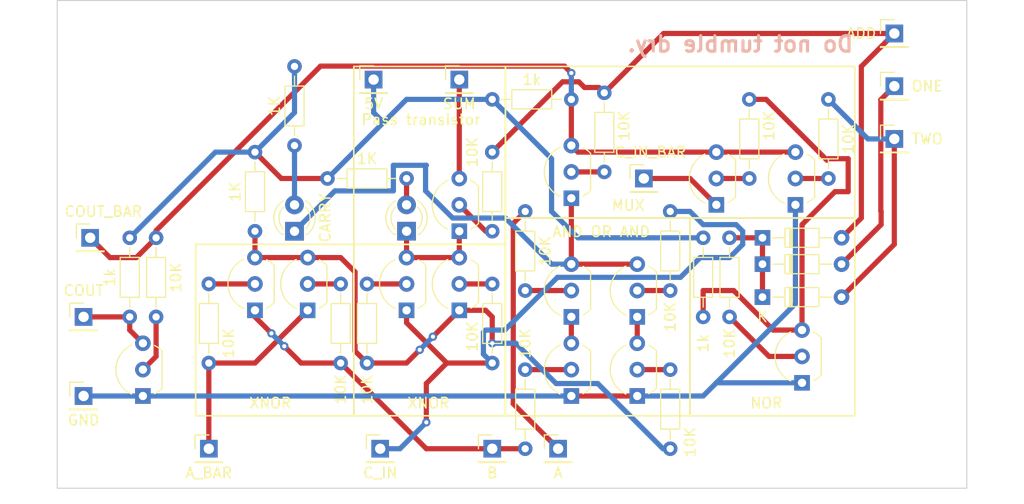
<source format=kicad_pcb>
(kicad_pcb (version 20221018) (generator pcbnew)
  (layers (0 "F.Cu" signal) (31 "B.Cu" signal) (34 "B.Paste" user) (35 "F.Paste" user) (36 "B.SilkS" user "B.Silkscreen") (37 "F.SilkS" user "F.Silkscreen") (38 "B.Mask" user) (39 "F.Mask" user) (44 "Edge.Cuts" user))
  (net 0 "")
  (net 1 "Net-(D1-K)")
  (net 2 "Net-(D1-A)")
  (net 3 "Net-(D2-A)")
  (net 4 "Net-(D3-A)")
  (net 5 "Net-(J9-Pin_1)")
  (net 6 "+5V")
  (net 7 "GND")
  (net 8 "Net-(Q6-B)")
  (net 9 "Net-(Q8-B)")
  (net 10 "Net-(Q9-B)")
  (net 11 "Net-(Q10-B)")
  (net 12 "Net-(Q11-B)")
  (net 13 "Net-(Q14-B)")
  (net 14 "Net-(D2-K)")
  (net 15 "Net-(D3-K)")
  (net 16 "Net-(D4-A)")
  (net 17 "Net-(D5-A)")
  (net 18 "/COUT_BAR")
  (net 19 "Net-(J14-Pin_1)")
  (net 20 "/A_BAR")
  (net 21 "/B")
  (net 22 "/A")
  (net 23 "/CIN_BAR")
  (net 24 "/SUM_PART")
  (net 25 "/CIN")
  (net 26 "Net-(Q10-C)")
  (net 27 "Net-(Q12-B)")
  (net 28 "Net-(Q13-B)")
  (net 29 "Net-(Q15-E)")
  (net 30 "Net-(Q15-B)")
  (net 31 "Net-(Q16-B)")
  (net 32 "Net-(Q17-B)")
  (net 33 "Net-(Q18-B)")
  (net 34 "Net-(Q19-B)")
  (net 35 "Net-(Q19-C)")
  (net 36 "Net-(Q20-B)")
  (footprint "Package_TO_SOT_THT:TO-92_Inline_Wide" (layer "F.Cu") (at 202.565 114.3 90)
    (fp_text reference "Q19")
    (fp_text value "2N3904" hide)
    (pad "1" thru_hole rect (at 0 0 90) (size 1.5 1.5) (drill 0.8) (layers "*.Cu" "*.Mask") (net 7 "GND"))
    (pad "2" thru_hole circle (at 2.54 0 90) (size 1.5 1.5) (drill 0.8) (layers "*.Cu" "*.Mask") (net 34 "Net-(Q19-B)"))
    (pad "3" thru_hole circle (at 5.08 0 90) (size 1.5 1.5) (drill 0.8) (layers "*.Cu" "*.Mask") (net 35 "Net-(Q19-C)"))
  )
  (footprint "Package_TO_SOT_THT:TO-92_Inline_Wide" (layer "F.Cu") (at 180.34 115.57 90)
    (fp_text reference "Q10")
    (fp_text value "2N3904" hide)
    (pad "1" thru_hole rect (at 0 0 90) (size 1.5 1.5) (drill 0.8) (layers "*.Cu" "*.Mask") (net 7 "GND"))
    (pad "2" thru_hole circle (at 2.54 0 90) (size 1.5 1.5) (drill 0.8) (layers "*.Cu" "*.Mask") (net 11 "Net-(Q10-B)"))
    (pad "3" thru_hole circle (at 5.08 0 90) (size 1.5 1.5) (drill 0.8) (layers "*.Cu" "*.Mask") (net 26 "Net-(Q10-C)"))
  )
  (footprint "Connector_PinHeader_2.54mm:PinHeader_1x01_P2.54mm_Vertical" (layer "F.Cu") (at 179.07 120.65)
    (fp_text reference "J4")
    (fp_text value "A" (at 0 2.33) (layer "F.SilkS"))
    (pad "1" thru_hole rect (at 0 0) (size 1.7 1.7) (drill 1) (layers "*.Cu" "*.Mask") (net 22 "/A"))
  )
  (footprint "Resistor_THT:R_Axial_DIN0204_L3.6mm_D1.6mm_P7.62mm_Horizontal" (layer "F.Cu") (at 205.105 94.615 90)
    (fp_text reference "R27")
    (fp_text value "10K" (at 3.81 1.92 90) (layer "F.SilkS"))
    (pad "1" thru_hole circle (at 0 0 90) (size 1.4 1.4) (drill 0.7) (layers "*.Cu" "*.Mask") (net 32 "Net-(Q17-B)"))
    (pad "2" thru_hole oval (at 7.62 0 90) (size 1.4 1.4) (drill 0.7) (layers "*.Cu" "*.Mask") (net 17 "Net-(D5-A)"))
  )
  (footprint "Resistor_THT:R_Axial_DIN0204_L3.6mm_D1.6mm_P7.62mm_Horizontal" (layer "F.Cu") (at 189.865 105.41 90)
    (fp_text reference "R25")
    (fp_text value "10K" (at -2.54 0 90) (layer "F.SilkS"))
    (pad "1" thru_hole circle (at 0 0 90) (size 1.4 1.4) (drill 0.7) (layers "*.Cu" "*.Mask") (net 30 "Net-(Q15-B)"))
    (pad "2" thru_hole oval (at 7.62 0 90) (size 1.4 1.4) (drill 0.7) (layers "*.Cu" "*.Mask") (net 25 "/CIN"))
  )
  (footprint "Resistor_THT:R_Axial_DIN0204_L3.6mm_D1.6mm_P7.62mm_Horizontal" (layer "F.Cu") (at 183.515 93.98 90)
    (fp_text reference "R24")
    (fp_text value "10K" (at 4.445 1.905 90) (layer "F.SilkS"))
    (pad "1" thru_hole circle (at 0 0 90) (size 1.4 1.4) (drill 0.7) (layers "*.Cu" "*.Mask") (net 13 "Net-(Q14-B)"))
    (pad "2" thru_hole oval (at 7.62 0 90) (size 1.4 1.4) (drill 0.7) (layers "*.Cu" "*.Mask") (net 4 "Net-(D3-A)"))
  )
  (footprint "Package_TO_SOT_THT:TO-92_Inline_Wide" (layer "F.Cu") (at 201.93 97.155 90)
    (fp_text reference "Q17")
    (fp_text value "2N3904" hide)
    (pad "1" thru_hole rect (at 0 0 90) (size 1.5 1.5) (drill 0.8) (layers "*.Cu" "*.Mask") (net 7 "GND"))
    (pad "2" thru_hole circle (at 2.54 0 90) (size 1.5 1.5) (drill 0.8) (layers "*.Cu" "*.Mask") (net 32 "Net-(Q17-B)"))
    (pad "3" thru_hole circle (at 5.08 0 90) (size 1.5 1.5) (drill 0.8) (layers "*.Cu" "*.Mask") (net 18 "/COUT_BAR"))
  )
  (footprint "Resistor_THT:R_Axial_DIN0204_L3.6mm_D1.6mm_P7.62mm_Horizontal" (layer "F.Cu") (at 160.655 104.775 -90)
    (fp_text reference "R18")
    (fp_text value "10K" (at 10.16 0 90) (layer "F.SilkS"))
    (pad "1" thru_hole circle (at 0 0 270) (size 1.4 1.4) (drill 0.7) (layers "*.Cu" "*.Mask") (net 12 "Net-(Q11-B)"))
    (pad "2" thru_hole oval (at 7.62 0 270) (size 1.4 1.4) (drill 0.7) (layers "*.Cu" "*.Mask") (net 24 "/SUM_PART"))
  )
  (footprint "Resistor_THT:R_Axial_DIN0204_L3.6mm_D1.6mm_P7.62mm_Horizontal" (layer "F.Cu") (at 172.72 92.075 -90)
    (fp_text reference "R23")
    (fp_text value "10K" (at 0 1.92 90) (layer "F.SilkS"))
    (pad "1" thru_hole circle (at 0 0 270) (size 1.4 1.4) (drill 0.7) (layers "*.Cu" "*.Mask") (net 4 "Net-(D3-A)"))
    (pad "2" thru_hole oval (at 7.62 0 270) (size 1.4 1.4) (drill 0.7) (layers "*.Cu" "*.Mask") (net 27 "Net-(Q12-B)"))
  )
  (footprint "Connector_PinHeader_2.54mm:PinHeader_1x01_P2.54mm_Vertical" (layer "F.Cu") (at 161.29 85.09)
    (fp_text reference "J8")
    (fp_text value "5V" (at 0 2.33) (layer "F.SilkS"))
    (pad "1" thru_hole rect (at 0 0) (size 1.7 1.7) (drill 1) (layers "*.Cu" "*.Mask") (net 6 "+5V"))
  )
  (footprint "Package_TO_SOT_THT:TO-92_Inline_Wide" (layer "F.Cu") (at 164.465 107.315 90)
    (fp_text reference "Q11")
    (fp_text value "2N3904" hide)
    (pad "1" thru_hole rect (at 0 0 90) (size 1.5 1.5) (drill 0.8) (layers "*.Cu" "*.Mask") (net 25 "/CIN"))
    (pad "2" thru_hole circle (at 2.54 0 90) (size 1.5 1.5) (drill 0.8) (layers "*.Cu" "*.Mask") (net 12 "Net-(Q11-B)"))
    (pad "3" thru_hole circle (at 5.08 0 90) (size 1.5 1.5) (drill 0.8) (layers "*.Cu" "*.Mask") (net 14 "Net-(D2-K)"))
  )
  (footprint "Package_TO_SOT_THT:TO-92_Inline_Wide" (layer "F.Cu") (at 194.31 97.155 90)
    (fp_text reference "Q18")
    (fp_text value "2N3904" hide)
    (pad "1" thru_hole rect (at 0 0 90) (size 1.5 1.5) (drill 0.8) (layers "*.Cu" "*.Mask") (net 23 "/CIN_BAR"))
    (pad "2" thru_hole circle (at 2.54 0 90) (size 1.5 1.5) (drill 0.8) (layers "*.Cu" "*.Mask") (net 33 "Net-(Q18-B)"))
    (pad "3" thru_hole circle (at 5.08 0 90) (size 1.5 1.5) (drill 0.8) (layers "*.Cu" "*.Mask") (net 18 "/COUT_BAR"))
  )
  (footprint "Package_TO_SOT_THT:TO-92_Inline_Wide" (layer "F.Cu") (at 186.69 115.57 90)
    (fp_text reference "Q16")
    (fp_text value "2N3904" hide)
    (pad "1" thru_hole rect (at 0 0 90) (size 1.5 1.5) (drill 0.8) (layers "*.Cu" "*.Mask") (net 7 "GND"))
    (pad "2" thru_hole circle (at 2.54 0 90) (size 1.5 1.5) (drill 0.8) (layers "*.Cu" "*.Mask") (net 31 "Net-(Q16-B)"))
    (pad "3" thru_hole circle (at 5.08 0 90) (size 1.5 1.5) (drill 0.8) (layers "*.Cu" "*.Mask") (net 29 "Net-(Q15-E)"))
  )
  (footprint "Connector_PinHeader_2.54mm:PinHeader_1x01_P2.54mm_Vertical" (layer "F.Cu") (at 133.985 100.33)
    (fp_text reference "J13")
    (fp_text value "COUT_BAR" (at 1.27 -2.54) (layer "F.SilkS"))
    (pad "1" thru_hole rect (at 0 0) (size 1.7 1.7) (drill 1) (layers "*.Cu" "*.Mask") (net 18 "/COUT_BAR"))
  )
  (footprint "Resistor_THT:R_Axial_DIN0204_L3.6mm_D1.6mm_P7.62mm_Horizontal" (layer "F.Cu") (at 175.895 113.03 -90)
    (fp_text reference "R17")
    (fp_text value "10K" (at -2.54 0 90) (layer "F.SilkS"))
    (pad "1" thru_hole circle (at 0 0 270) (size 1.4 1.4) (drill 0.7) (layers "*.Cu" "*.Mask") (net 11 "Net-(Q10-B)"))
    (pad "2" thru_hole oval (at 7.62 0 270) (size 1.4 1.4) (drill 0.7) (layers "*.Cu" "*.Mask") (net 21 "/B"))
  )
  (footprint "Resistor_THT:R_Axial_DIN0204_L3.6mm_D1.6mm_P7.62mm_Horizontal" (layer "F.Cu") (at 195.58 107.95 90)
    (fp_text reference "R28")
    (fp_text value "10K" (at -2.54 0 90) (layer "F.SilkS"))
    (pad "1" thru_hole circle (at 0 0 90) (size 1.4 1.4) (drill 0.7) (layers "*.Cu" "*.Mask") (net 34 "Net-(Q19-B)"))
    (pad "2" thru_hole oval (at 7.62 0 90) (size 1.4 1.4) (drill 0.7) (layers "*.Cu" "*.Mask") (net 15 "Net-(D3-K)"))
  )
  (footprint "MountingHole:MountingHole_2.1mm" (layer "F.Cu") (at 133.35 80.01)
    (fp_text reference "REF**" hide)
    (fp_text value "MountingHole_2.1mm")
    (pad "" np_thru_hole circle (at 0 0) (size 2.1 2.1) (drill 2.1) (layers "F&B.Cu" "*.Mask"))
  )
  (footprint "Connector_PinHeader_2.54mm:PinHeader_1x01_P2.54mm_Vertical" (layer "F.Cu") (at 161.925 120.65)
    (fp_text reference "J6")
    (fp_text value "C_IN" (at 0 2.33) (layer "F.SilkS"))
    (pad "1" thru_hole rect (at 0 0) (size 1.7 1.7) (drill 1) (layers "*.Cu" "*.Mask") (net 25 "/CIN"))
  )
  (footprint "Resistor_THT:R_Axial_DIN0204_L3.6mm_D1.6mm_P7.62mm_Horizontal" (layer "F.Cu") (at 156.845 94.615)
    (fp_text reference "R20")
    (fp_text value "1K" (at 3.81 -1.905) (layer "F.SilkS"))
    (pad "1" thru_hole circle (at 0 0) (size 1.4 1.4) (drill 0.7) (layers "*.Cu" "*.Mask") (net 6 "+5V"))
    (pad "2" thru_hole oval (at 7.62 0) (size 1.4 1.4) (drill 0.7) (layers "*.Cu" "*.Mask") (net 3 "Net-(D2-A)"))
  )
  (footprint "MountingHole:MountingHole_2.1mm" (layer "F.Cu") (at 215.9 121.92)
    (fp_text reference "REF**" hide)
    (fp_text value "MountingHole_2.1mm")
    (pad "" np_thru_hole circle (at 0 0) (size 2.1 2.1) (drill 2.1) (layers "*.Cu" "*.Mask"))
  )
  (footprint "Resistor_THT:R_Axial_DIN0204_L3.6mm_D1.6mm_P7.62mm_Horizontal" (layer "F.Cu") (at 175.895 105.41 90)
    (fp_text reference "R16")
    (fp_text value "10K" (at 3.81 1.92 90) (layer "F.SilkS"))
    (pad "1" thru_hole circle (at 0 0 90) (size 1.4 1.4) (drill 0.7) (layers "*.Cu" "*.Mask") (net 10 "Net-(Q9-B)"))
    (pad "2" thru_hole oval (at 7.62 0 90) (size 1.4 1.4) (drill 0.7) (layers "*.Cu" "*.Mask") (net 22 "/A"))
  )
  (footprint "Resistor_THT:R_Axial_DIN0204_L3.6mm_D1.6mm_P7.62mm_Horizontal" (layer "F.Cu") (at 153.67 83.82 -90)
    (fp_text reference "R19")
    (fp_text value "1K" (at 3.81 1.92 90) (layer "F.SilkS"))
    (pad "1" thru_hole circle (at 0 0 270) (size 1.4 1.4) (drill 0.7) (layers "*.Cu" "*.Mask") (net 6 "+5V"))
    (pad "2" thru_hole oval (at 7.62 0 270) (size 1.4 1.4) (drill 0.7) (layers "*.Cu" "*.Mask") (net 2 "Net-(D1-A)"))
  )
  (footprint "Resistor_THT:R_Axial_DIN0204_L3.6mm_D1.6mm_P7.62mm_Horizontal" (layer "F.Cu") (at 189.865 113.03 -90)
    (fp_text reference "R26")
    (fp_text value "10K" (at 6.985 -1.905 90) (layer "F.SilkS"))
    (pad "1" thru_hole circle (at 0 0 270) (size 1.4 1.4) (drill 0.7) (layers "*.Cu" "*.Mask") (net 31 "Net-(Q16-B)"))
    (pad "2" thru_hole oval (at 7.62 0 270) (size 1.4 1.4) (drill 0.7) (layers "*.Cu" "*.Mask") (net 24 "/SUM_PART"))
  )
  (footprint "Package_TO_SOT_THT:TO-92_Inline_Wide" (layer "F.Cu") (at 169.545 99.695 90)
    (fp_text reference "Q12")
    (fp_text value "2N3904" hide)
    (pad "1" thru_hole rect (at 0 0 90) (size 1.5 1.5) (drill 0.8) (layers "*.Cu" "*.Mask") (net 14 "Net-(D2-K)"))
    (pad "2" thru_hole circle (at 2.54 0 90) (size 1.5 1.5) (drill 0.8) (layers "*.Cu" "*.Mask") (net 27 "Net-(Q12-B)"))
    (pad "3" thru_hole circle (at 5.08 0 90) (size 1.5 1.5) (drill 0.8) (layers "*.Cu" "*.Mask") (net 5 "Net-(J9-Pin_1)"))
  )
  (footprint "LED_THT:LED_D3.0mm" (layer "F.Cu") (at 164.465 99.695 90)
    (fp_text reference "D2")
    (fp_text value "SUM_BAR" hide)
    (pad "1" thru_hole rect (at 0 0 90) (size 1.8 1.8) (drill 0.9) (layers "*.Cu" "*.Mask") (net 14 "Net-(D2-K)"))
    (pad "2" thru_hole circle (at 2.54 0 90) (size 1.8 1.8) (drill 0.9) (layers "*.Cu" "*.Mask") (net 3 "Net-(D2-A)"))
  )
  (footprint "Connector_PinHeader_2.54mm:PinHeader_1x01_P2.54mm_Vertical" (layer "F.Cu") (at 169.545 85.09)
    (fp_text reference "J9")
    (fp_text value "SUM" (at 0 2.33) (layer "F.SilkS"))
    (pad "1" thru_hole rect (at 0 0) (size 1.7 1.7) (drill 1) (layers "*.Cu" "*.Mask") (net 5 "Net-(J9-Pin_1)"))
  )
  (footprint "Resistor_THT:R_Axial_DIN0204_L3.6mm_D1.6mm_P7.62mm_Horizontal" (layer "F.Cu") (at 149.86 92.075 -90)
    (fp_text reference "R12")
    (fp_text value "1K" (at 3.81 1.92 90) (layer "F.SilkS"))
    (pad "1" thru_hole circle (at 0 0 270) (size 1.4 1.4) (drill 0.7) (layers "*.Cu" "*.Mask") (net 6 "+5V"))
    (pad "2" thru_hole oval (at 7.62 0 270) (size 1.4 1.4) (drill 0.7) (layers "*.Cu" "*.Mask") (net 24 "/SUM_PART"))
  )
  (footprint "MountingHole:MountingHole_2.1mm" (layer "F.Cu") (at 133.35 121.92)
    (fp_text reference "REF**" hide)
    (fp_text value "MountingHole_2.1mm")
    (pad "" np_thru_hole circle (at 0 0) (size 2.1 2.1) (drill 2.1) (layers "F&B.Cu" "*.Mask"))
  )
  (footprint "Package_TO_SOT_THT:TO-92_Inline_Wide" (layer "F.Cu") (at 169.545 107.315 90)
    (fp_text reference "Q13")
    (fp_text value "2N3904" hide)
    (pad "1" thru_hole rect (at 0 0 90) (size 1.5 1.5) (drill 0.8) (layers "*.Cu" "*.Mask") (net 24 "/SUM_PART"))
    (pad "2" thru_hole circle (at 2.54 0 90) (size 1.5 1.5) (drill 0.8) (layers "*.Cu" "*.Mask") (net 28 "Net-(Q13-B)"))
    (pad "3" thru_hole circle (at 5.08 0 90) (size 1.5 1.5) (drill 0.8) (layers "*.Cu" "*.Mask") (net 14 "Net-(D2-K)"))
  )
  (footprint "Package_TO_SOT_THT:TO-92_Inline_Wide" (layer "F.Cu") (at 180.34 96.52 90)
    (fp_text reference "Q14")
    (fp_text value "2N3904" hide)
    (pad "1" thru_hole rect (at 0 0 90) (size 1.5 1.5) (drill 0.8) (layers "*.Cu" "*.Mask") (net 1 "Net-(D1-K)"))
    (pad "2" thru_hole circle (at 2.54 0 90) (size 1.5 1.5) (drill 0.8) (layers "*.Cu" "*.Mask") (net 13 "Net-(Q14-B)"))
    (pad "3" thru_hole circle (at 5.08 0 90) (size 1.5 1.5) (drill 0.8) (layers "*.Cu" "*.Mask") (net 18 "/COUT_BAR"))
  )
  (footprint "Diode_THT:D_DO-34_SOD68_P7.62mm_Horizontal" (layer "F.Cu") (at 198.755 102.87)
    (fp_text reference "D4")
    (fp_text value "D" hide)
    (pad "1" thru_hole rect (at 0 0) (size 1.5 1.5) (drill 0.75) (layers "*.Cu" "*.Mask") (net 15 "Net-(D3-K)"))
    (pad "2" thru_hole oval (at 7.62 0) (size 1.5 1.5) (drill 0.75) (layers "*.Cu" "*.Mask") (net 16 "Net-(D4-A)"))
  )
  (footprint "Connector_PinHeader_2.54mm:PinHeader_1x01_P2.54mm_Vertical" (layer "F.Cu") (at 211.455 85.725)
    (fp_text reference "J11")
    (fp_text value "ONE" (at 3.175 0) (layer "F.SilkS"))
    (pad "1" thru_hole rect (at 0 0) (size 1.7 1.7) (drill 1) (layers "*.Cu" "*.Mask") (net 16 "Net-(D4-A)"))
  )
  (footprint "Connector_PinHeader_2.54mm:PinHeader_1x01_P2.54mm_Vertical" (layer "F.Cu") (at 187.325 94.615)
    (fp_text reference "J5")
    (fp_text value "C_IN_BAR" (at 0.635 -2.54) (layer "F.SilkS"))
    (pad "1" thru_hole rect (at 0 0) (size 1.7 1.7) (drill 1) (layers "*.Cu" "*.Mask") (net 23 "/CIN_BAR"))
  )
  (footprint "Connector_PinHeader_2.54mm:PinHeader_1x01_P2.54mm_Vertical" (layer "F.Cu") (at 172.72 120.65)
    (fp_text reference "J3")
    (fp_text value "B" (at 0 2.33) (layer "F.SilkS"))
    (pad "1" thru_hole rect (at 0 0) (size 1.7 1.7) (drill 1) (layers "*.Cu" "*.Mask") (net 21 "/B"))
  )
  (footprint "Resistor_THT:R_Axial_DIN0204_L3.6mm_D1.6mm_P7.62mm_Horizontal" (layer "F.Cu") (at 172.72 104.775 -90)
    (fp_text reference "R22")
    (fp_text value "10K" (at 5.08 1.92 90) (layer "F.SilkS"))
    (pad "1" thru_hole circle (at 0 0 270) (size 1.4 1.4) (drill 0.7) (layers "*.Cu" "*.Mask") (net 28 "Net-(Q13-B)"))
    (pad "2" thru_hole oval (at 7.62 0 270) (size 1.4 1.4) (drill 0.7) (layers "*.Cu" "*.Mask") (net 25 "/CIN"))
  )
  (footprint "Connector_PinHeader_2.54mm:PinHeader_1x01_P2.54mm_Vertical" (layer "F.Cu") (at 133.35 115.57)
    (fp_text reference "J7")
    (fp_text value "GND" (at 0 2.33) (layer "F.SilkS"))
    (pad "1" thru_hole rect (at 0 0) (size 1.7 1.7) (drill 1) (layers "*.Cu" "*.Mask") (net 7 "GND"))
  )
  (footprint "Resistor_THT:R_Axial_DIN0204_L3.6mm_D1.6mm_P7.62mm_Horizontal" (layer "F.Cu") (at 172.72 86.995)
    (fp_text reference "R21")
    (fp_text value "1k" (at 3.81 -1.905) (layer "F.SilkS"))
    (pad "1" thru_hole circle (at 0 0) (size 1.4 1.4) (drill 0.7) (layers "*.Cu" "*.Mask") (net 6 "+5V"))
    (pad "2" thru_hole oval (at 7.62 0) (size 1.4 1.4) (drill 0.7) (layers "*.Cu" "*.Mask") (net 18 "/COUT_BAR"))
  )
  (footprint "LED_THT:LED_D3.0mm" (layer "F.Cu") (at 153.67 99.7 90)
    (fp_text reference "D1")
    (fp_text value "CARRY" (at 1.27 2.96 90) (layer "F.SilkS"))
    (pad "1" thru_hole rect (at 0 0 90) (size 1.8 1.8) (drill 0.9) (layers "*.Cu" "*.Mask") (net 1 "Net-(D1-K)"))
    (pad "2" thru_hole circle (at 2.54 0 90) (size 1.8 1.8) (drill 0.9) (layers "*.Cu" "*.Mask") (net 2 "Net-(D1-A)"))
  )
  (footprint "Package_TO_SOT_THT:TO-92_Inline_Wide" (layer "F.Cu") (at 139.065 115.57 90)
    (fp_text reference "Q20")
    (fp_text value "2N3904" hide)
    (pad "1" thru_hole rect (at 0 0 90) (size 1.5 1.5) (drill 0.8) (layers "*.Cu" "*.Mask") (net 7 "GND"))
    (pad "2" thru_hole circle (at 2.54 0 90) (size 1.5 1.5) (drill 0.8) (layers "*.Cu" "*.Mask") (net 36 "Net-(Q20-B)"))
    (pad "3" thru_hole circle (at 5.08 0 90) (size 1.5 1.5) (drill 0.8) (layers "*.Cu" "*.Mask") (net 19 "Net-(J14-Pin_1)"))
  )
  (footprint "Resistor_THT:R_Axial_DIN0204_L3.6mm_D1.6mm_P7.62mm_Horizontal" (layer "F.Cu") (at 140.335 107.95 90)
    (fp_text reference "R31")
    (fp_text value "10K" (at 3.81 1.905 90) (layer "F.SilkS"))
    (pad "1" thru_hole circle (at 0 0 90) (size 1.4 1.4) (drill 0.7) (layers "*.Cu" "*.Mask") (net 36 "Net-(Q20-B)"))
    (pad "2" thru_hole oval (at 7.62 0 90) (size 1.4 1.4) (drill 0.7) (layers "*.Cu" "*.Mask") (net 18 "/COUT_BAR"))
  )
  (footprint "Connector_PinHeader_2.54mm:PinHeader_1x01_P2.54mm_Vertical" (layer "F.Cu") (at 211.455 80.645)
    (fp_text reference "J10")
    (fp_text value "ADD" (at -3.175 0) (layer "F.SilkS"))
    (pad "1" thru_hole rect (at 0 0) (size 1.7 1.7) (drill 1) (layers "*.Cu" "*.Mask") (net 4 "Net-(D3-A)"))
  )
  (footprint "Connector_PinHeader_2.54mm:PinHeader_1x01_P2.54mm_Vertical" (layer "F.Cu") (at 211.455 90.805)
    (fp_text reference "J12")
    (fp_text value "TWO" (at 3.175 0) (layer "F.SilkS"))
    (pad "1" thru_hole rect (at 0 0) (size 1.7 1.7) (drill 1) (layers "*.Cu" "*.Mask") (net 17 "Net-(D5-A)"))
  )
  (footprint "Resistor_THT:R_Axial_DIN0204_L3.6mm_D1.6mm_P7.62mm_Horizontal" (layer "F.Cu") (at 137.795 100.33 -90)
    (fp_text reference "R32")
    (fp_text value "1k" (at 3.81 1.92 90) (layer "F.SilkS"))
    (pad "1" thru_hole circle (at 0 0 270) (size 1.4 1.4) (drill 0.7) (layers "*.Cu" "*.Mask") (net 6 "+5V"))
    (pad "2" thru_hole oval (at 7.62 0 270) (size 1.4 1.4) (drill 0.7) (layers "*.Cu" "*.Mask") (net 19 "Net-(J14-Pin_1)"))
  )
  (footprint "Connector_PinHeader_2.54mm:PinHeader_1x01_P2.54mm_Vertical" (layer "F.Cu") (at 145.415 120.65)
    (fp_text reference "J2")
    (fp_text value "A_BAR" (at 0 2.33) (layer "F.SilkS"))
    (pad "1" thru_hole rect (at 0 0) (size 1.7 1.7) (drill 1) (layers "*.Cu" "*.Mask") (net 20 "/A_BAR"))
  )
  (footprint "MountingHole:MountingHole_2.1mm" (layer "F.Cu") (at 215.9 80.01)
    (fp_text reference "REF**" hide)
    (fp_text value "MountingHole_2.1mm")
    (pad "" np_thru_hole circle (at 0 0) (size 2.1 2.1) (drill 2.1) (layers "F&B.Cu" "*.Mask"))
  )
  (footprint "Package_TO_SOT_THT:TO-92_Inline_Wide" (layer "F.Cu") (at 186.69 107.95 90)
    (fp_text reference "Q15")
    (fp_text value "2N3904" hide)
    (pad "1" thru_hole rect (at 0 0 90) (size 1.5 1.5) (drill 0.8) (layers "*.Cu" "*.Mask") (net 29 "Net-(Q15-E)"))
    (pad "2" thru_hole circle (at 2.54 0 90) (size 1.5 1.5) (drill 0.8) (layers "*.Cu" "*.Mask") (net 30 "Net-(Q15-B)"))
    (pad "3" thru_hole circle (at 5.08 0 90) (size 1.5 1.5) (drill 0.8) (layers "*.Cu" "*.Mask") (net 1 "Net-(D1-K)"))
  )
  (footprint "Resistor_THT:R_Axial_DIN0204_L3.6mm_D1.6mm_P7.62mm_Horizontal" (layer "F.Cu") (at 158.115 104.775 -90)
    (fp_text reference "R15")
    (fp_text value "10K" (at 10.16 0 90) (layer "F.SilkS"))
    (pad "1" thru_hole circle (at 0 0 270) (size 1.4 1.4) (drill 0.7) (layers "*.Cu" "*.Mask") (net 9 "Net-(Q8-B)"))
    (pad "2" thru_hole oval (at 7.62 0 270) (size 1.4 1.4) (drill 0.7) (layers "*.Cu" "*.Mask") (net 21 "/B"))
  )
  (footprint "Resistor_THT:R_Axial_DIN0204_L3.6mm_D1.6mm_P7.62mm_Horizontal" (layer "F.Cu") (at 193.04 100.33 -90)
    (fp_text reference "R30")
    (fp_text value "1k" (at 10.16 0 90) (layer "F.SilkS"))
    (pad "1" thru_hole circle (at 0 0 270) (size 1.4 1.4) (drill 0.7) (layers "*.Cu" "*.Mask") (net 6 "+5V"))
    (pad "2" thru_hole oval (at 7.62 0 270) (size 1.4 1.4) (drill 0.7) (layers "*.Cu" "*.Mask") (net 35 "Net-(Q19-C)"))
  )
  (footprint "Package_TO_SOT_THT:TO-92_Inline_Wide" (layer "F.Cu") (at 154.94 107.315 90)
    (fp_text reference "Q8")
    (fp_text value "2N3904" hide)
    (pad "1" thru_hole rect (at 0 0 90) (size 1.5 1.5) (drill 0.8) (layers "*.Cu" "*.Mask") (net 20 "/A_BAR"))
    (pad "2" thru_hole circle (at 2.54 0 90) (size 1.5 1.5) (drill 0.8) (layers "*.Cu" "*.Mask") (net 9 "Net-(Q8-B)"))
    (pad "3" thru_hole circle (at 5.08 0 90) (size 1.5 1.5) (drill 0.8) (layers "*.Cu" "*.Mask") (net 24 "/SUM_PART"))
  )
  (footprint "Resistor_THT:R_Axial_DIN0204_L3.6mm_D1.6mm_P7.62mm_Horizontal" (layer "F.Cu") (at 145.415 104.775 -90)
    (fp_text reference "R11")
    (fp_text value "10K" (at 5.715 -1.905 90) (layer "F.SilkS"))
    (pad "1" thru_hole circle (at 0 0 270) (size 1.4 1.4) (drill 0.7) (layers "*.Cu" "*.Mask") (net 8 "Net-(Q6-B)"))
    (pad "2" thru_hole oval (at 7.62 0 270) (size 1.4 1.4) (drill 0.7) (layers "*.Cu" "*.Mask") (net 20 "/A_BAR"))
  )
  (footprint "Connector_PinHeader_2.54mm:PinHeader_1x01_P2.54mm_Vertical" (layer "F.Cu") (at 133.35 107.95)
    (fp_text reference "J14")
    (fp_text value "COUT" (at 0 -2.54) (layer "F.SilkS"))
    (pad "1" thru_hole rect (at 0 0) (size 1.7 1.7) (drill 1) (layers "*.Cu" "*.Mask") (net 19 "Net-(J14-Pin_1)"))
  )
  (footprint "Package_TO_SOT_THT:TO-92_Inline_Wide" (layer "F.Cu") (at 180.34 107.95 90)
    (fp_text reference "Q9")
    (fp_text value "2N3904" hide)
    (pad "1" thru_hole rect (at 0 0 90) (size 1.5 1.5) (drill 0.8) (layers "*.Cu" "*.Mask") (net 26 "Net-(Q10-C)"))
    (pad "2" thru_hole circle (at 2.54 0 90) (size 1.5 1.5) (drill 0.8) (layers "*.Cu" "*.Mask") (net 10 "Net-(Q9-B)"))
    (pad "3" thru_hole circle (at 5.08 0 90) (size 1.5 1.5) (drill 0.8) (layers "*.Cu" "*.Mask") (net 1 "Net-(D1-K)"))
  )
  (footprint "Diode_THT:D_DO-34_SOD68_P7.62mm_Horizontal" (layer "F.Cu") (at 198.755 100.33)
    (fp_text reference "D3")
    (fp_text value "D" hide)
    (fp_text user "K" (at 0 7.62) (layer "F.SilkS"))
    (pad "1" thru_hole rect (at 0 0) (size 1.5 1.5) (drill 0.75) (layers "*.Cu" "*.Mask") (net 15 "Net-(D3-K)"))
    (pad "2" thru_hole oval (at 7.62 0) (size 1.5 1.5) (drill 0.75) (layers "*.Cu" "*.Mask") (net 4 "Net-(D3-A)"))
  )
  (footprint "Resistor_THT:R_Axial_DIN0204_L3.6mm_D1.6mm_P7.62mm_Horizontal" (layer "F.Cu") (at 197.485 94.615 90)
    (fp_text reference "R29")
    (fp_text value "10K" (at 5.08 1.905 90) (layer "F.SilkS"))
    (pad "1" thru_hole circle (at 0 0 90) (size 1.4 1.4) (drill 0.7) (layers "*.Cu" "*.Mask") (net 33 "Net-(Q18-B)"))
    (pad "2" thru_hole oval (at 7.62 0 90) (size 1.4 1.4) (drill 0.7) (layers "*.Cu" "*.Mask") (net 35 "Net-(Q19-C)"))
  )
  (footprint "Diode_THT:D_DO-34_SOD68_P7.62mm_Horizontal" (layer "F.Cu") (at 198.75 106.045)
    (fp_text reference "D5")
    (fp_text value "D" hide)
    (pad "1" thru_hole rect (at 0 0) (size 1.5 1.5) (drill 0.75) (layers "*.Cu" "*.Mask") (net 15 "Net-(D3-K)"))
    (pad "2" thru_hole oval (at 7.62 0) (size 1.5 1.5) (drill 0.75) (layers "*.Cu" "*.Mask") (net 17 "Net-(D5-A)"))
  )
  (footprint "Package_TO_SOT_THT:TO-92_Inline_Wide" (layer "F.Cu") (at 149.86 107.315 90)
    (fp_text reference "Q6")
    (fp_text value "2N3904" hide)
    (pad "1" thru_hole rect (at 0 0 90) (size 1.5 1.5) (drill 0.8) (layers "*.Cu" "*.Mask") (net 21 "/B"))
    (pad "2" thru_hole circle (at 2.54 0 90) (size 1.5 1.5) (drill 0.8) (layers "*.Cu" "*.Mask") (net 8 "Net-(Q6-B)"))
    (pad "3" thru_hole circle (at 5.08 0 90) (size 1.5 1.5) (drill 0.8) (layers "*.Cu" "*.Mask") (net 24 "/SUM_PART"))
  )
  (gr_rect (start 159.385 100.965) (end 173.99 117.475) (stroke (width 0.15)) (fill none) (layer "F.SilkS"))
  (gr_rect (start 173.99 98.425) (end 191.77 117.475) (stroke (width 0.15)) (fill none) (layer "F.SilkS"))
  (gr_rect (start 159.385 83.82) (end 173.99 100.965) (stroke (width 0.15)) (fill none) (layer "F.SilkS"))
  (gr_rect (start 173.99 83.82) (end 207.645 98.425) (stroke (width 0.15)) (fill none) (layer "F.SilkS"))
  (gr_rect (start 144.145 100.965) (end 159.385 117.475) (stroke (width 0.15)) (fill none) (layer "F.SilkS"))
  (gr_rect (start 191.77 98.425) (end 207.645 117.475) (stroke (width 0.15)) (fill none) (layer "F.SilkS"))
  (gr_rect (start 130.81 77.47) (end 218.44 124.46) (stroke (width 0.1)) (fill none) (layer "Edge.Cuts"))
  (gr_text "Do not tumble dry." (at 207.645 82.55) (layer "B.SilkS") (effects (font (size 1.5 1.5) (thickness 0.3) bold) (justify left bottom mirror)))
  (gr_text "MUX" (at 184.15 97.79) (layer "F.SilkS") (effects (font (size 1 1)) (justify left bottom)))
  (gr_text "XNOR" (at 164.465 116.84) (layer "F.SilkS") (effects (font (size 1 1)) (justify left bottom)))
  (gr_text "NOR" (at 197.485 116.84) (layer "F.SilkS") (effects (font (size 1 1)) (justify left bottom)))
  (gr_text "AND OR AND" (at 178.435 100.33) (layer "F.SilkS") (effects (font (size 1 1)) (justify left bottom)))
  (gr_text "XNOR" (at 149.225 116.84) (layer "F.SilkS") (effects (font (size 1 1)) (justify left bottom)))
  (gr_text "Pass transistor" (at 160.02 89.535) (layer "F.SilkS") (effects (font (size 1 1)) (justify left bottom)))
  (segment (start 180.34 102.87) (end 186.69 102.87) (width 0.5) (layer "F.Cu") (net 1))
  (segment (start 180.34 96.52) (end 180.34 102.87) (width 0.5) (layer "F.Cu") (net 1))
  (segment (start 166.37 93.345) (end 163.195 93.345) (width 0.5) (layer "B.Cu") (net 1))
  (segment (start 166.29493 95.80993) (end 168.91 98.425) (width 0.5) (layer "B.Cu") (net 1))
  (segment (start 173.99 98.425) (end 178.435 102.87) (width 0.5) (layer "B.Cu") (net 1))
  (segment (start 178.435 102.87) (end 180.34 102.87) (width 0.5) (layer "B.Cu") (net 1))
  (segment (start 153.67 99.7) (end 157.56007 95.80993) (width 0.5) (layer "B.Cu") (net 1))
  (segment (start 163.195 93.345) (end 163.195 95.80993) (width 0.5) (layer "B.Cu") (net 1))
  (segment (start 166.29493 95.80993) (end 166.29493 93.42007) (width 0.5) (layer "B.Cu") (net 1))
  (segment (start 157.56007 95.80993) (end 163.195 95.80993) (width 0.5) (layer "B.Cu") (net 1))
  (segment (start 166.29493 93.42007) (end 166.37 93.345) (width 0.5) (layer "B.Cu") (net 1))
  (segment (start 168.91 98.425) (end 173.99 98.425) (width 0.5) (layer "B.Cu") (net 1))
  (segment (start 153.67 91.44) (end 153.67 97.16) (width 0.5) (layer "B.Cu") (net 2))
  (segment (start 164.465 94.615) (end 164.465 97.155) (width 0.5) (layer "F.Cu") (net 3))
  (segment (start 211.455 80.645) (end 208.28 83.82) (width 0.5) (layer "F.Cu") (net 4))
  (segment (start 181.61 85.850104) (end 183.005104 85.850104) (width 0.5) (layer "F.Cu") (net 4))
  (segment (start 211.455 80.645) (end 189.23 80.645) (width 0.5) (layer "F.Cu") (net 4))
  (segment (start 208.28 98.425) (end 206.375 100.33) (width 0.5) (layer "F.Cu") (net 4))
  (segment (start 189.23 80.645) (end 183.515 86.36) (width 0.5) (layer "F.Cu") (net 4))
  (segment (start 181.064896 85.305) (end 181.61 85.850104) (width 0.5) (layer "F.Cu") (net 4))
  (segment (start 208.28 83.82) (end 208.28 98.425) (width 0.5) (layer "F.Cu") (net 4))
  (segment (start 179.49 85.305) (end 181.064896 85.305) (width 0.5) (layer "F.Cu") (net 4))
  (segment (start 172.72 92.075) (end 179.49 85.305) (width 0.5) (layer "F.Cu") (net 4))
  (segment (start 183.005104 85.850104) (end 183.515 86.36) (width 0.5) (layer "F.Cu") (net 4))
  (segment (start 169.545 85.09) (end 169.545 94.615) (width 0.5) (layer "F.Cu") (net 5))
  (segment (start 156.845 94.615) (end 152.4 94.615) (width 0.5) (layer "F.Cu") (net 6))
  (segment (start 152.4 94.615) (end 149.86 92.075) (width 0.5) (layer "F.Cu") (net 6))
  (segment (start 172.72 86.995) (end 164.465 86.995) (width 0.5) (layer "B.Cu") (net 6))
  (segment (start 149.86 92.075) (end 153.67 88.265) (width 0.5) (layer "B.Cu") (net 6))
  (segment (start 162.2425 89.2175) (end 156.845 94.615) (width 0.5) (layer "B.Cu") (net 6))
  (segment (start 146.05 92.075) (end 149.86 92.075) (width 0.5) (layer "B.Cu") (net 6))
  (segment (start 178.435 92.71) (end 172.72 86.995) (width 0.5) (layer "B.Cu") (net 6))
  (segment (start 153.67 88.265) (end 153.67 83.82) (width 0.5) (layer "B.Cu") (net 6))
  (segment (start 161.29 85.09) (end 161.29 88.265) (width 0.5) (layer "B.Cu") (net 6))
  (segment (start 180.975 100.33) (end 178.435 97.79) (width 0.5) (layer "B.Cu") (net 6))
  (segment (start 178.435 97.79) (end 178.435 92.71) (width 0.5) (layer "B.Cu") (net 6))
  (segment (start 161.29 88.265) (end 162.2425 89.2175) (width 0.5) (layer "B.Cu") (net 6))
  (segment (start 193.04 100.33) (end 180.975 100.33) (width 0.5) (layer "B.Cu") (net 6))
  (segment (start 137.795 100.33) (end 146.05 92.075) (width 0.5) (layer "B.Cu") (net 6))
  (segment (start 164.465 86.995) (end 162.2425 89.2175) (width 0.5) (layer "B.Cu") (net 6))
  (segment (start 186.69 115.57) (end 180.34 115.57) (width 0.5) (layer "F.Cu") (net 7))
  (segment (start 194.31 114.3) (end 201.93 106.68) (width 0.5) (layer "B.Cu") (net 7))
  (segment (start 202.565 114.3) (end 194.31 114.3) (width 0.5) (layer "B.Cu") (net 7))
  (segment (start 132.715 115.57) (end 139.065 115.57) (width 0.5) (layer "B.Cu") (net 7))
  (segment (start 193.04 115.57) (end 194.31 114.3) (width 0.5) (layer "B.Cu") (net 7))
  (segment (start 186.69 115.57) (end 193.04 115.57) (width 0.5) (layer "B.Cu") (net 7))
  (segment (start 201.93 106.68) (end 201.93 97.155) (width 0.5) (layer "B.Cu") (net 7))
  (segment (start 139.065 115.57) (end 180.34 115.57) (width 0.5) (layer "B.Cu") (net 7))
  (segment (start 145.415 104.775) (end 149.585 104.775) (width 0.5) (layer "F.Cu") (net 8))
  (segment (start 154.94 104.775) (end 158.115 104.775) (width 0.5) (layer "F.Cu") (net 9))
  (segment (start 175.895 105.41) (end 180.34 105.41) (width 0.5) (layer "F.Cu") (net 10))
  (segment (start 180.34 113.03) (end 175.895 113.03) (width 0.5) (layer "F.Cu") (net 11))
  (segment (start 160.655 104.775) (end 164.465 104.775) (width 0.5) (layer "F.Cu") (net 12))
  (segment (start 183.515 93.98) (end 180.34 93.98) (width 0.5) (layer "F.Cu") (net 13))
  (segment (start 164.465 102.235) (end 164.465 99.695) (width 0.5) (layer "F.Cu") (net 14))
  (segment (start 164.465 102.235) (end 169.545 102.235) (width 0.5) (layer "F.Cu") (net 14))
  (segment (start 169.545 99.695) (end 169.545 102.235) (width 0.5) (layer "F.Cu") (net 14))
  (segment (start 195.58 100.33) (end 198.755 100.33) (width 0.5) (layer "F.Cu") (net 15))
  (segment (start 198.755 100.33) (end 198.755 106.04) (width 0.5) (layer "F.Cu") (net 15))
  (segment (start 198.755 106.04) (end 198.75 106.045) (width 0.5) (layer "F.Cu") (net 15))
  (segment (start 210.155 87.025) (end 210.155 97.76) (width 0.5) (layer "F.Cu") (net 16))
  (segment (start 210.185 97.79) (end 210.185 99.06) (width 0.5) (layer "F.Cu") (net 16))
  (segment (start 210.185 99.06) (end 206.375 102.87) (width 0.5) (layer "F.Cu") (net 16))
  (segment (start 210.155 97.76) (end 210.185 97.79) (width 0.5) (layer "F.Cu") (net 16))
  (segment (start 211.455 85.725) (end 210.155 87.025) (width 0.5) (layer "F.Cu") (net 16))
  (segment (start 211.455 90.805) (end 211.455 100.96) (width 0.5) (layer "F.Cu") (net 17))
  (segment (start 211.455 100.96) (end 206.37 106.045) (width 0.5) (layer "F.Cu") (net 17))
  (segment (start 211.455 90.805) (end 208.915 90.805) (width 0.5) (layer "B.Cu") (net 17))
  (segment (start 208.915 90.805) (end 205.105 86.995) (width 0.5) (layer "B.Cu") (net 17))
  (segment (start 201.93 92.075) (end 194.31 92.075) (width 0.5) (layer "F.Cu") (net 18))
  (segment (start 179.675 83.79) (end 180.34 84.455) (width 0.5) (layer "F.Cu") (net 18))
  (segment (start 140.335 99.635104) (end 156.180104 83.79) (width 0.5) (layer "F.Cu") (net 18))
  (segment (start 180.975 92.075) (end 180.34 91.44) (width 0.5) (layer "F.Cu") (net 18))
  (segment (start 156.180104 83.79) (end 179.675 83.79) (width 0.5) (layer "F.Cu") (net 18))
  (segment (start 138.43 102.235) (end 140.335 100.33) (width 0.5) (layer "F.Cu") (net 18))
  (segment (start 133.985 100.33) (end 135.89 102.235) (width 0.5) (layer "F.Cu") (net 18))
  (segment (start 140.335 100.33) (end 140.335 99.635104) (width 0.5) (layer "F.Cu") (net 18))
  (segment (start 135.89 102.235) (end 138.43 102.235) (width 0.5) (layer "F.Cu") (net 18))
  (segment (start 194.31 92.075) (end 180.975 92.075) (width 0.5) (layer "F.Cu") (net 18))
  (segment (start 180.34 86.995) (end 180.34 91.44) (width 0.5) (layer "F.Cu") (net 18))
  (via (at 180.34 84.455) (size 0.8) (drill 0.4) (layers "F.Cu" "B.Cu") (net 18))
  (segment (start 180.34 84.455) (end 180.34 86.995) (width 0.5) (layer "B.Cu") (net 18))
  (segment (start 133.35 107.95) (end 137.795 107.95) (width 0.5) (layer "F.Cu") (net 19))
  (segment (start 137.795 107.95) (end 137.795 109.22) (width 0.5) (layer "F.Cu") (net 19))
  (segment (start 137.795 109.22) (end 139.065 110.49) (width 0.5) (layer "F.Cu") (net 19))
  (segment (start 145.415 112.395) (end 149.86 112.395) (width 0.5) (layer "F.Cu") (net 20))
  (segment (start 149.86 112.395) (end 154.94 107.315) (width 0.5) (layer "F.Cu") (net 20))
  (segment (start 145.415 120.65) (end 145.415 112.395) (width 0.5) (layer "F.Cu") (net 20))
  (segment (start 166.37 120.65) (end 158.115 112.395) (width 0.5) (layer "F.Cu") (net 21))
  (segment (start 172.72 120.65) (end 166.37 120.65) (width 0.5) (layer "F.Cu") (net 21))
  (segment (start 151.4475 109.5375) (end 149.585 107.675) (width 0.5) (layer "F.Cu") (net 21))
  (segment (start 172.72 120.65) (end 175.895 120.65) (width 0.5) (layer "F.Cu") (net 21))
  (segment (start 149.585 107.675) (end 149.585 107.315) (width 0.5) (layer "F.Cu") (net 21))
  (segment (start 152.683188 110.773188) (end 154.305 112.395) (width 0.5) (layer "F.Cu") (net 21))
  (segment (start 154.305 112.395) (end 158.115 112.395) (width 0.5) (layer "F.Cu") (net 21))
  (via (at 151.4475 109.5375) (size 0.8) (drill 0.4) (layers "F.Cu" "B.Cu") (net 21))
  (via (at 152.683188 110.773188) (size 0.8) (drill 0.4) (layers "F.Cu" "B.Cu") (net 21))
  (segment (start 149.585 107.675) (end 149.585 107.315) (width 0.5) (layer "B.Cu") (net 21))
  (segment (start 151.4475 109.5375) (end 152.683188 110.773188) (width 0.5) (layer "B.Cu") (net 21))
  (segment (start 174.745 116.325) (end 174.745 98.94) (width 0.5) (layer "F.Cu") (net 22))
  (segment (start 179.07 120.65) (end 174.745 116.325) (width 0.5) (layer "F.Cu") (net 22))
  (segment (start 174.745 98.94) (end 175.895 97.79) (width 0.5) (layer "F.Cu") (net 22))
  (segment (start 191.77 94.615) (end 187.325 94.615) (width 0.5) (layer "F.Cu") (net 23))
  (segment (start 194.31 97.155) (end 191.77 94.615) (width 0.5) (layer "F.Cu") (net 23))
  (segment (start 167.005 109.855) (end 169.545 107.315) (width 0.5) (layer "F.Cu") (net 24))
  (segment (start 159.505 103.625) (end 159.505 111.245) (width 0.5) (layer "F.Cu") (net 24))
  (segment (start 164.465 112.395) (end 165.735 111.125) (width 0.5) (layer "F.Cu") (net 24))
  (segment (start 149.86 99.695) (end 149.86 102.235) (width 0.5) (layer "F.Cu") (net 24))
  (segment (start 154.94 102.235) (end 158.115 102.235) (width 0.5) (layer "F.Cu") (net 24))
  (segment (start 149.585 102.235) (end 154.94 102.235) (width 0.5) (layer "F.Cu") (net 24))
  (segment (start 160.655 112.395) (end 164.465 112.395) (width 0.5) (layer "F.Cu") (net 24))
  (segment (start 172.085 107.315) (end 172.72 107.95) (width 0.5) (layer "F.Cu") (net 24))
  (segment (start 159.505 111.245) (end 160.655 112.395) (width 0.5) (layer "F.Cu") (net 24))
  (segment (start 172.72 107.95) (end 172.72 110.49) (width 0.5) (layer "F.Cu") (net 24))
  (segment (start 158.115 102.235) (end 159.505 103.625) (width 0.5) (layer "F.Cu") (net 24))
  (segment (start 169.545 107.315) (end 172.085 107.315) (width 0.5) (layer "F.Cu") (net 24))
  (via (at 165.735 111.125) (size 0.8) (drill 0.4) (layers "F.Cu" "B.Cu") (net 24))
  (via (at 167.005 109.855) (size 0.8) (drill 0.4) (layers "F.Cu" "B.Cu") (net 24))
  (via (at 172.72 110.49) (size 0.8) (drill 0.4) (layers "F.Cu" "B.Cu") (net 24))
  (segment (start 172.72 110.49) (end 174.996396 110.49) (width 0.5) (layer "B.Cu") (net 24))
  (segment (start 174.996396 110.49) (end 178.876396 114.37) (width 0.5) (layer "B.Cu") (net 24))
  (segment (start 178.876396 114.37) (end 182.885 114.37) (width 0.5) (layer "B.Cu") (net 24))
  (segment (start 189.165 120.65) (end 189.865 120.65) (width 0.5) (layer "B.Cu") (net 24))
  (segment (start 165.735 111.125) (end 167.005 109.855) (width 0.5) (layer "B.Cu") (net 24))
  (segment (start 182.885 114.37) (end 189.165 120.65) (width 0.5) (layer "B.Cu") (net 24))
  (segment (start 166.37 118.11) (end 166.37 114.367918) (width 0.5) (layer "F.Cu") (net 25))
  (segment (start 166.37 114.367918) (end 168.342918 112.395) (width 0.5) (layer "F.Cu") (net 25))
  (segment (start 164.465 108.517082) (end 168.342918 112.395) (width 0.5) (layer "F.Cu") (net 25))
  (segment (start 168.342918 112.395) (end 172.72 112.395) (width 0.5) (layer "F.Cu") (net 25))
  (segment (start 164.465 107.315) (end 164.465 108.517082) (width 0.5) (layer "F.Cu") (net 25))
  (via (at 166.37 118.11) (size 0.8) (drill 0.4) (layers "F.Cu" "B.Cu") (net 25))
  (segment (start 196.85 99.695) (end 196.215 99.06) (width 0.5) (layer "B.Cu") (net 25))
  (segment (start 179.005 104.14) (end 190.85454 104.14) (width 0.5) (layer "B.Cu") (net 25))
  (segment (start 171.87 109.435) (end 172.085 109.22) (width 0.5) (layer "B.Cu") (net 25))
  (segment (start 172.085 109.22) (end 173.925 109.22) (width 0.5) (layer "B.Cu") (net 25))
  (segment (start 161.925 120.65) (end 163.83 120.65) (width 0.5) (layer "B.Cu") (net 25))
  (segment (start 171.87 111.545) (end 171.87 109.435) (width 0.5) (layer "B.Cu") (net 25))
  (segment (start 193.04 99.06) (end 191.77 97.79) (width 0.5) (layer "B.Cu") (net 25))
  (segment (start 191.77 97.79) (end 189.865 97.79) (width 0.5) (layer "B.Cu") (net 25))
  (segment (start 163.83 120.65) (end 166.37 118.11) (width 0.5) (layer "B.Cu") (net 25))
  (segment (start 196.215 99.06) (end 193.04 99.06) (width 0.5) (layer "B.Cu") (net 25))
  (segment (start 195.58 102.235) (end 196.85 100.965) (width 0.5) (layer "B.Cu") (net 25))
  (segment (start 173.925 109.22) (end 179.005 104.14) (width 0.5) (layer "B.Cu") (net 25))
  (segment (start 172.72 112.395) (end 171.87 111.545) (width 0.5) (layer "B.Cu") (net 25))
  (segment (start 192.75954 102.235) (end 195.58 102.235) (width 0.5) (layer "B.Cu") (net 25))
  (segment (start 190.85454 104.14) (end 192.75954 102.235) (width 0.5) (layer "B.Cu") (net 25))
  (segment (start 196.85 100.965) (end 196.85 99.695) (width 0.5) (layer "B.Cu") (net 25))
  (segment (start 180.34 107.95) (end 180.34 110.49) (width 0.5) (layer "F.Cu") (net 26))
  (segment (start 172.085 99.695) (end 169.545 97.155) (width 0.5) (layer "F.Cu") (net 27))
  (segment (start 172.72 99.695) (end 172.085 99.695) (width 0.5) (layer "F.Cu") (net 27))
  (segment (start 169.545 104.775) (end 172.72 104.775) (width 0.5) (layer "F.Cu") (net 28))
  (segment (start 186.69 110.49) (end 186.69 107.95) (width 0.5) (layer "F.Cu") (net 29))
  (segment (start 189.865 105.41) (end 186.69 105.41) (width 0.5) (layer "F.Cu") (net 30))
  (segment (start 189.865 113.03) (end 186.69 113.03) (width 0.5) (layer "F.Cu") (net 31))
  (segment (start 205.105 94.615) (end 201.93 94.615) (width 0.5) (layer "F.Cu") (net 32))
  (segment (start 194.31 94.615) (end 197.485 94.615) (width 0.5) (layer "F.Cu") (net 33))
  (segment (start 199.39 111.76) (end 195.58 107.95) (width 0.5) (layer "F.Cu") (net 34))
  (segment (start 202.565 111.76) (end 199.39 111.76) (width 0.5) (layer "F.Cu") (net 34))
  (segment (start 205.74 95.885) (end 202.565 99.06) (width 0.5) (layer "F.Cu") (net 35))
  (segment (start 207.01 95.885) (end 205.74 95.885) (width 0.5) (layer "F.Cu") (net 35))
  (segment (start 205.105 92.71) (end 207.01 92.71) (width 0.5) (layer "F.Cu") (net 35))
  (segment (start 199.788604 109.22) (end 202.565 109.22) (width 0.5) (layer "F.Cu") (net 35))
  (segment (start 197.485 86.995) (end 199.10954 86.995) (width 0.5) (layer "F.Cu") (net 35))
  (segment (start 193.04 107.95) (end 193.04 105.41) (width 0.5) (layer "F.Cu") (net 35))
  (segment (start 202.565 99.06) (end 202.565 109.22) (width 0.5) (layer "F.Cu") (net 35))
  (segment (start 193.04 105.41) (end 195.978604 105.41) (width 0.5) (layer "F.Cu") (net 35))
  (segment (start 195.978604 105.41) (end 199.788604 109.22) (width 0.5) (layer "F.Cu") (net 35))
  (segment (start 199.10954 86.995) (end 204.96477 92.85023) (width 0.5) (layer "F.Cu") (net 35))
  (segment (start 204.96477 92.85023) (end 205.105 92.71) (width 0.5) (layer "F.Cu") (net 35))
  (segment (start 207.01 92.71) (end 207.01 95.885) (width 0.5) (layer "F.Cu") (net 35))
  (segment (start 140.335 107.95) (end 140.335 111.76) (width 0.5) (layer "F.Cu") (net 36))
  (segment (start 140.335 111.76) (end 139.065 113.03) (width 0.5) (layer "F.Cu") (net 36))
)
</source>
